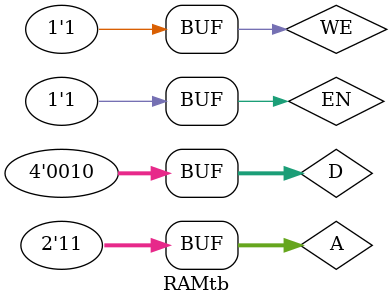
<source format=v>

`timescale 1ns / 1ps

module RAMtb;

	// Inputs
	reg WE;
	reg EN;
	reg [1:0] A;
	reg [3:0] D;

	// Outputs
	wire [3:0] Q;

	// Instantiate the Unit Under Test (UUT)
	RAM16 uut (
		.WE(WE), 
		.EN(EN), 
		.A(A), 
		.D(D), 
		.Q(Q)
	);

	initial begin
		// Initialize Inputs
		WE = 0;
		EN = 0;
		A = 0;
		D = 0;

		// Wait 100 ns for global reset to finish
		#200;
      repeat(3)
		begin
			A = A + 1;
			#20;
			D = D + 1;
			#100;
		end
		WE = 1;
		A = 0;
		#100;
		repeat(3)
		begin
			A = A + 1;
			D = A - 1;
			#100;
		end
		EN = 1;
		#100;	

	end
      
endmodule


</source>
